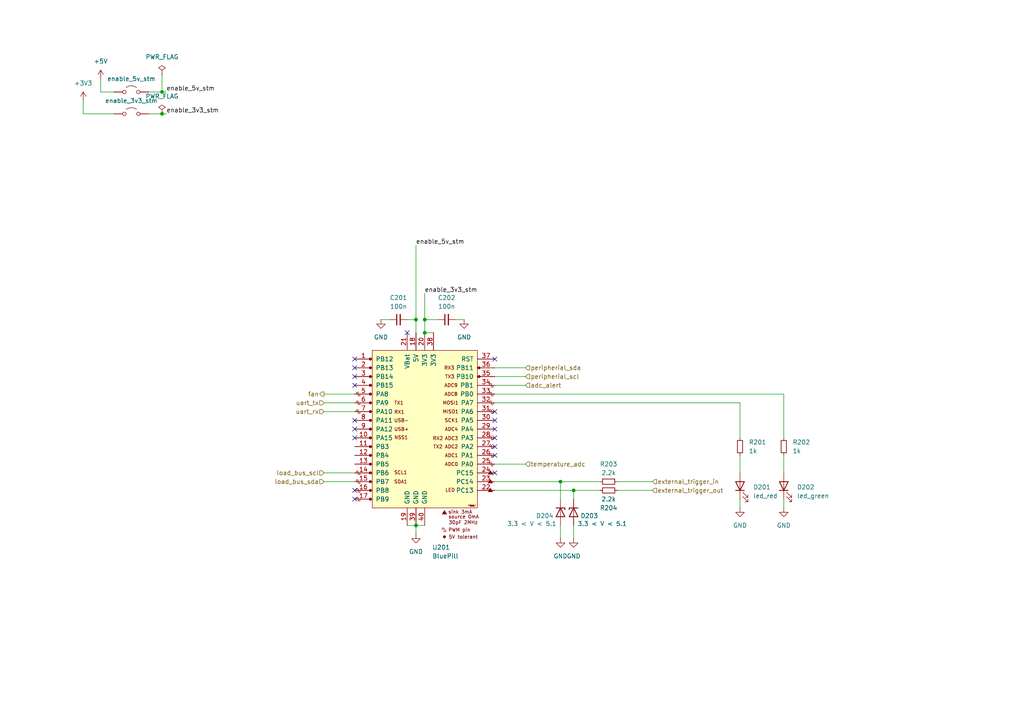
<source format=kicad_sch>
(kicad_sch (version 20231120) (generator "eeschema") (generator_version "8.0")
  (paper "A4")
  (lib_symbols
    (symbol "Device:C_Small" (pin_numbers hide) (pin_names (offset 0.254) hide)
      (property "Reference" "C" (at 0.254 1.778 0))
      (property "Value" "C_Small" (at 0.254 -2.032 0))
      (symbol "C_Small_0_1"
        (polyline (pts (xy -1.524 -0.508) (xy 1.524 -0.508)) (stroke (width 0.3302)))
        (polyline (pts (xy -1.524 0.508) (xy 1.524 0.508)) (stroke (width 0.3048)))
      )
      (symbol "C_Small_1_1"
        (pin passive line (at 0 2.54 270) (length 2.032) (name "~") (number "1"))
        (pin passive line (at 0 -2.54 90) (length 2.032) (name "~") (number "2"))
      )
    )
    (symbol "Device:D_Zener" (pin_numbers hide) (pin_names (offset 1.016) hide)
      (property "Reference" "D" (at 0 2.54 0))
      (property "Value" "D_Zener" (at 0 -2.54 0))
      (symbol "D_Zener_0_1"
        (polyline (pts (xy 1.27 0) (xy -1.27 0)))
        (polyline (pts (xy -1.27 -1.27) (xy -1.27 1.27) (xy -0.762 1.27)) (stroke (width 0.254)))
        (polyline (pts (xy 1.27 -1.27) (xy 1.27 1.27) (xy -1.27 0) (xy 1.27 -1.27)) (stroke (width 0.254)))
      )
      (symbol "D_Zener_1_1"
        (pin passive line (at -3.81 0 0) (length 2.54) (name "K") (number "1"))
        (pin passive line (at 3.81 0 180) (length 2.54) (name "A") (number "2"))
      )
    )
    (symbol "Device:LED" (pin_numbers hide) (pin_names (offset 1.016) hide)
      (property "Reference" "D" (at 0 2.54 0))
      (property "Value" "LED" (at 0 -2.54 0))
      (symbol "LED_0_1"
        (polyline (pts (xy -1.27 -1.27) (xy -1.27 1.27)) (stroke (width 0.254)))
        (polyline (pts (xy -1.27 0) (xy 1.27 0)))
        (polyline (pts (xy 1.27 -1.27) (xy 1.27 1.27) (xy -1.27 0) (xy 1.27 -1.27)) (stroke (width 0.254)))
        (polyline (pts (xy -3.048 -0.762) (xy -4.572 -2.286) (xy -3.81 -2.286) (xy -4.572 -2.286) (xy -4.572 -1.524)))
        (polyline (pts (xy -1.778 -0.762) (xy -3.302 -2.286) (xy -2.54 -2.286) (xy -3.302 -2.286) (xy -3.302 -1.524)))
      )
      (symbol "LED_1_1"
        (pin passive line (at -3.81 0 0) (length 2.54) (name "K") (number "1"))
        (pin passive line (at 3.81 0 180) (length 2.54) (name "A") (number "2"))
      )
    )
    (symbol "Device:R_Small" (pin_numbers hide) (pin_names (offset 0.254) hide)
      (property "Reference" "R" (at 0.762 0.508 0))
      (property "Value" "R_Small" (at 0.762 -1.016 0))
      (symbol "R_Small_0_1"
        (rectangle (start -0.762 1.778) (end 0.762 -1.778) (stroke (width 0.2032)))
      )
      (symbol "R_Small_1_1"
        (pin passive line (at 0 2.54 270) (length 0.762) (name "~") (number "1"))
        (pin passive line (at 0 -2.54 90) (length 0.762) (name "~") (number "2"))
      )
    )
    (symbol "Jumper:Jumper_2_Open" (pin_numbers hide) (pin_names (offset 0) hide) (exclude_from_sim yes)
      (property "Reference" "JP" (at 0 2.794 0))
      (property "Value" "Jumper_2_Open" (at 0 -2.286 0))
      (symbol "Jumper_2_Open_0_0"
        (circle (center -2.032 0) (radius 0.508))
        (circle (center 2.032 0) (radius 0.508))
      )
      (symbol "Jumper_2_Open_0_1"
        (arc (start 1.524 1.27) (mid 0 1.778) (end -1.524 1.27))
      )
      (symbol "Jumper_2_Open_1_1"
        (pin passive line (at -5.08 0 0) (length 2.54) (name "A") (number "1"))
        (pin passive line (at 5.08 0 180) (length 2.54) (name "B") (number "2"))
      )
    )
    (symbol "Load:BluePill" (pin_names (offset 1.016))
      (property "Reference" "U" (at -13.97 24.13 0))
      (property "Value" "BluePill" (at 0 6.35 90))
      (symbol "BluePill_0_0"
        (circle (center -15.748 -20.32) (radius 0.3556) (fill (type outline)))
        (circle (center -15.748 -17.78) (radius 0.3556) (fill (type outline)))
        (circle (center -15.748 -15.24) (radius 0.3556) (fill (type outline)))
        (circle (center -15.748 -12.7) (radius 0.3556) (fill (type outline)))
        (circle (center -15.748 -10.16) (radius 0.3556) (fill (type outline)))
        (circle (center -15.748 -7.62) (radius 0.3556) (fill (type outline)))
        (circle (center -15.748 -5.08) (radius 0.3556) (fill (type outline)))
        (circle (center -15.748 -2.54) (radius 0.3556) (fill (type outline)))
        (circle (center -15.748 0) (radius 0.3556) (fill (type outline)))
        (circle (center -15.748 2.54) (radius 0.3556) (fill (type outline)))
        (circle (center -15.748 5.08) (radius 0.3556) (fill (type outline)))
        (circle (center -15.748 7.62) (radius 0.3556) (fill (type outline)))
        (circle (center -15.748 10.16) (radius 0.3556) (fill (type outline)))
        (circle (center -15.748 12.7) (radius 0.3556) (fill (type outline)))
        (circle (center -15.748 15.24) (radius 0.3556) (fill (type outline)))
        (circle (center -15.748 20.32) (radius 0.3556) (fill (type outline)))
        (polyline (pts (xy 5.08 -24.638) (xy 5.715 -23.622) (xy 6.35 -24.638) (xy 5.08 -24.638) (xy 5.715 -23.749) (xy 6.223 -24.638) (xy 5.207 -24.511) (xy 5.715 -23.876) (xy 6.096 -24.638) (xy 5.334 -24.384) (xy 5.842 -24.003) (xy 5.969 -24.638) (xy 5.461 -24.257) (xy 5.969 -24.13) (xy 5.842 -24.511) (xy 5.588 -24.257) (xy 5.842 -24.384) (xy 5.715 -24.13)))
        (polyline (pts (xy 18.415 -18.161) (xy 19.05 -17.145) (xy 19.685 -18.161) (xy 18.415 -18.161) (xy 19.05 -17.272) (xy 19.558 -18.161) (xy 18.542 -18.034) (xy 19.05 -17.399) (xy 19.431 -18.161) (xy 18.669 -17.907) (xy 19.177 -17.526) (xy 19.304 -18.161) (xy 18.796 -17.78) (xy 19.304 -17.653) (xy 19.177 -18.034) (xy 18.923 -17.78) (xy 19.177 -17.907) (xy 19.05 -17.653)))
        (polyline (pts (xy 18.415 -15.621) (xy 19.05 -14.605) (xy 19.685 -15.621) (xy 18.415 -15.621) (xy 19.05 -14.732) (xy 19.558 -15.621) (xy 18.542 -15.494) (xy 19.05 -14.859) (xy 19.431 -15.621) (xy 18.669 -15.367) (xy 19.177 -14.986) (xy 19.304 -15.621) (xy 18.796 -15.24) (xy 19.304 -15.113) (xy 19.177 -15.494) (xy 18.923 -15.24) (xy 19.177 -15.367) (xy 19.05 -15.113)))
        (polyline (pts (xy 18.415 -13.081) (xy 19.05 -12.065) (xy 19.685 -13.081) (xy 18.415 -13.081) (xy 19.05 -12.192) (xy 19.558 -13.081) (xy 18.542 -12.954) (xy 19.05 -12.319) (xy 19.431 -13.081) (xy 18.669 -12.827) (xy 19.177 -12.446) (xy 19.304 -13.081) (xy 18.796 -12.7) (xy 19.304 -12.573) (xy 19.177 -12.954) (xy 18.923 -12.7) (xy 19.177 -12.827) (xy 19.05 -12.573)))
        (circle (center 5.715 -31.242) (radius 0.127) (fill (type outline)))
        (circle (center 5.715 -31.242) (radius 0.254))
        (circle (center 5.715 -31.242) (radius 0.3556))
        (circle (center 15.748 15.24) (radius 0.254) (fill (type outline)))
        (circle (center 15.748 15.24) (radius 0.3556))
        (circle (center 15.748 17.78) (radius 0.254) (fill (type outline)))
        (circle (center 15.748 17.78) (radius 0.3556))
        (text "30pF 2MHz" (at 11.176 -27.051 0) (effects (font (size 0.9906 0.9906))))
        (text "5V tolerant" (at 11.176 -31.242 0) (effects (font (size 0.9906 0.9906))))
        (text "ADC0" (at 7.747 -10.16 0) (effects (font (size 0.9906 0.9906))))
        (text "ADC1" (at 7.747 -7.62 0) (effects (font (size 0.9906 0.9906))))
        (text "ADC2" (at 7.747 -5.08 0) (effects (font (size 0.9906 0.9906))))
        (text "ADC3" (at 7.747 -2.667 0) (effects (font (size 0.9906 0.9906))))
        (text "ADC4" (at 7.747 0 0) (effects (font (size 0.9906 0.9906))))
        (text "ADC8" (at 7.62 10.16 0) (effects (font (size 0.9906 0.9906))))
        (text "ADC9" (at 7.62 12.7 0) (effects (font (size 0.9906 0.9906))))
        (text "LED" (at 7.366 -17.653 0) (effects (font (size 0.9906 0.9906))))
        (text "MISO1" (at 7.493 5.08 0) (effects (font (size 0.9906 0.9906))))
        (text "MOSI1" (at 7.493 7.62 0) (effects (font (size 0.9906 0.9906))))
        (text "NSS1" (at -6.858 -2.413 0) (effects (font (size 0.9906 0.9906))))
        (text "PWM pin" (at 10.033 -29.21 0) (effects (font (size 0.9906 0.9906))))
        (text "RX1" (at -7.366 4.953 0) (effects (font (size 0.9906 0.9906))))
        (text "RX2" (at 3.81 -2.667 0) (effects (font (size 0.9906 0.9906))))
        (text "RX3" (at 7.112 17.78 0) (effects (font (size 0.9906 0.9906))))
        (text "SCK1" (at 7.747 2.54 0) (effects (font (size 0.9906 0.9906))))
        (text "SCL1" (at -6.985 -12.573 0) (effects (font (size 0.9906 0.9906))))
        (text "SDA1" (at -6.985 -15.24 0) (effects (font (size 0.9906 0.9906))))
        (text "sink 3mA" (at 10.287 -24.003 0) (effects (font (size 0.9906 0.9906))))
        (text "source 0mA" (at 11.303 -25.4 0) (effects (font (size 0.9906 0.9906))))
        (text "TX1" (at -7.493 7.62 0) (effects (font (size 0.9906 0.9906))))
        (text "TX2" (at 3.81 -5.08 0) (effects (font (size 0.9906 0.9906))))
        (text "TX3" (at 7.239 15.24 0) (effects (font (size 0.9906 0.9906))))
        (text "USB+" (at -6.731 0 0) (effects (font (size 0.9906 0.9906))))
        (text "USB-" (at -6.731 2.54 0) (effects (font (size 0.9906 0.9906))))
        (text "Y@@J" (at 13.6906 -22.1488 0) (effects (font (size 0.508 0.508))))
      )
      (symbol "BluePill_0_1"
        (rectangle (start -15.24 22.86) (end 15.24 -22.86) (fill (type background)))
        (polyline (pts (xy -18.796 -20.32) (xy -18.796 -20.828) (xy -19.304 -20.828) (xy -19.304 -19.812) (xy -19.812 -19.812) (xy -19.812 -20.32)))
        (polyline (pts (xy -18.796 -17.78) (xy -18.796 -18.288) (xy -19.304 -18.288) (xy -19.304 -17.272) (xy -19.812 -17.272) (xy -19.812 -17.78)))
        (polyline (pts (xy -18.796 -15.24) (xy -18.796 -15.748) (xy -19.304 -15.748) (xy -19.304 -14.732) (xy -19.812 -14.732) (xy -19.812 -15.24)))
        (polyline (pts (xy -18.796 -12.7) (xy -18.796 -13.208) (xy -19.304 -13.208) (xy -19.304 -12.192) (xy -19.812 -12.192) (xy -19.812 -12.7)))
        (polyline (pts (xy -18.796 5.08) (xy -18.796 4.572) (xy -19.304 4.572) (xy -19.304 5.588) (xy -19.812 5.588) (xy -19.812 5.08)))
        (polyline (pts (xy -18.796 7.62) (xy -18.796 7.112) (xy -19.304 7.112) (xy -19.304 8.128) (xy -19.812 8.128) (xy -19.812 7.62)))
        (polyline (pts (xy -18.796 10.16) (xy -18.796 9.652) (xy -19.304 9.652) (xy -19.304 10.668) (xy -19.812 10.668) (xy -19.812 10.16)))
        (polyline (pts (xy 6.096 -29.21) (xy 6.096 -29.718) (xy 5.588 -29.718) (xy 5.588 -28.702) (xy 5.08 -28.702) (xy 5.08 -29.21)))
        (polyline (pts (xy 19.812 -10.16) (xy 19.812 -10.668) (xy 19.304 -10.668) (xy 19.304 -9.652) (xy 18.796 -9.652) (xy 18.796 -10.16)))
        (polyline (pts (xy 19.812 -7.62) (xy 19.812 -8.128) (xy 19.304 -8.128) (xy 19.304 -7.112) (xy 18.796 -7.112) (xy 18.796 -7.62)))
        (polyline (pts (xy 19.812 -5.08) (xy 19.812 -5.588) (xy 19.304 -5.588) (xy 19.304 -4.572) (xy 18.796 -4.572) (xy 18.796 -5.08)))
        (polyline (pts (xy 19.812 -2.54) (xy 19.812 -3.048) (xy 19.304 -3.048) (xy 19.304 -2.032) (xy 18.796 -2.032) (xy 18.796 -2.54)))
        (polyline (pts (xy 19.812 5.08) (xy 19.812 4.572) (xy 19.304 4.572) (xy 19.304 5.588) (xy 18.796 5.588) (xy 18.796 5.08)))
        (polyline (pts (xy 19.812 7.62) (xy 19.812 7.112) (xy 19.304 7.112) (xy 19.304 8.128) (xy 18.796 8.128) (xy 18.796 7.62)))
        (polyline (pts (xy 19.812 10.16) (xy 19.812 9.652) (xy 19.304 9.652) (xy 19.304 10.668) (xy 18.796 10.668) (xy 18.796 10.16)))
        (polyline (pts (xy 19.812 12.7) (xy 19.812 12.192) (xy 19.304 12.192) (xy 19.304 13.208) (xy 18.796 13.208) (xy 18.796 12.7)))
      )
      (symbol "BluePill_1_1"
        (circle (center -15.748 17.78) (radius 0.3556) (fill (type outline)))
        (pin bidirectional line (at -20.32 20.32 0) (length 5.08) (name "PB12") (number "1"))
        (pin bidirectional line (at -20.32 -2.54 0) (length 5.08) (name "PA15") (number "10"))
        (pin bidirectional line (at -20.32 -5.08 0) (length 5.08) (name "PB3") (number "11"))
        (pin bidirectional line (at -20.32 -7.62 0) (length 5.08) (name "PB4") (number "12"))
        (pin bidirectional line (at -20.32 -10.16 0) (length 5.08) (name "PB5") (number "13"))
        (pin bidirectional line (at -20.32 -12.7 0) (length 5.08) (name "PB6") (number "14"))
        (pin bidirectional line (at -20.32 -15.24 0) (length 5.08) (name "PB7") (number "15"))
        (pin bidirectional line (at -20.32 -17.78 0) (length 5.08) (name "PB8") (number "16"))
        (pin bidirectional line (at -20.32 -20.32 0) (length 5.08) (name "PB9") (number "17"))
        (pin power_in line (at -2.54 27.94 270) (length 5.08) (name "5V") (number "18"))
        (pin power_in line (at -5.08 -27.94 90) (length 5.08) (name "GND") (number "19"))
        (pin bidirectional line (at -20.32 17.78 0) (length 5.08) (name "PB13") (number "2"))
        (pin power_in line (at 0 27.94 270) (length 5.08) (name "3V3") (number "20"))
        (pin power_in line (at -5.08 27.94 270) (length 5.08) (name "VBat") (number "21"))
        (pin bidirectional line (at 20.32 -17.78 180) (length 5.08) (name "PC13") (number "22"))
        (pin bidirectional line (at 20.32 -15.24 180) (length 5.08) (name "PC14") (number "23"))
        (pin bidirectional line (at 20.32 -12.7 180) (length 5.08) (name "PC15") (number "24"))
        (pin bidirectional line (at 20.32 -10.16 180) (length 5.08) (name "PA0") (number "25"))
        (pin bidirectional line (at 20.32 -7.62 180) (length 5.08) (name "PA1") (number "26"))
        (pin bidirectional line (at 20.32 -5.08 180) (length 5.08) (name "PA2") (number "27"))
        (pin bidirectional line (at 20.32 -2.54 180) (length 5.08) (name "PA3") (number "28"))
        (pin bidirectional line (at 20.32 0 180) (length 5.08) (name "PA4") (number "29"))
        (pin bidirectional line (at -20.32 15.24 0) (length 5.08) (name "PB14") (number "3"))
        (pin bidirectional line (at 20.32 2.54 180) (length 5.08) (name "PA5") (number "30"))
        (pin bidirectional line (at 20.32 5.08 180) (length 5.08) (name "PA6") (number "31"))
        (pin bidirectional line (at 20.32 7.62 180) (length 5.08) (name "PA7") (number "32"))
        (pin bidirectional line (at 20.32 10.16 180) (length 5.08) (name "PB0") (number "33"))
        (pin bidirectional line (at 20.32 12.7 180) (length 5.08) (name "PB1") (number "34"))
        (pin bidirectional line (at 20.32 15.24 180) (length 5.08) (name "PB10") (number "35"))
        (pin bidirectional line (at 20.32 17.78 180) (length 5.08) (name "PB11") (number "36"))
        (pin input line (at 20.32 20.32 180) (length 5.08) (name "RST") (number "37"))
        (pin power_in line (at 2.54 27.94 270) (length 5.08) (name "3V3") (number "38"))
        (pin power_in line (at -2.54 -27.94 90) (length 5.08) (name "GND") (number "39"))
        (pin bidirectional line (at -20.32 12.7 0) (length 5.08) (name "PB15") (number "4"))
        (pin power_in line (at 0 -27.94 90) (length 5.08) (name "GND") (number "40"))
        (pin bidirectional line (at -20.32 10.16 0) (length 5.08) (name "PA8") (number "5"))
        (pin bidirectional line (at -20.32 7.62 0) (length 5.08) (name "PA9") (number "6"))
        (pin bidirectional line (at -20.32 5.08 0) (length 5.08) (name "PA10") (number "7"))
        (pin bidirectional line (at -20.32 2.54 0) (length 5.08) (name "PA11") (number "8"))
        (pin bidirectional line (at -20.32 0 0) (length 5.08) (name "PA12") (number "9"))
      )
    )
    (symbol "power:+3V3" (power) (pin_numbers hide) (pin_names (offset 0) hide)
      (property "Value" "+3V3" (at 0 3.556 0))
      (symbol "+3V3_0_1"
        (polyline (pts (xy -0.762 1.27) (xy 0 2.54)))
        (polyline (pts (xy 0 0) (xy 0 2.54)))
        (polyline (pts (xy 0 2.54) (xy 0.762 1.27)))
      )
      (symbol "+3V3_1_1"
        (pin power_in line (at 0 0 90) (length 0) (name "~") (number "1"))
      )
    )
    (symbol "power:+5V" (power) (pin_numbers hide) (pin_names (offset 0) hide)
      (property "Value" "+5V" (at 0 3.556 0))
      (symbol "+5V_0_1"
        (polyline (pts (xy -0.762 1.27) (xy 0 2.54)))
        (polyline (pts (xy 0 0) (xy 0 2.54)))
        (polyline (pts (xy 0 2.54) (xy 0.762 1.27)))
      )
      (symbol "+5V_1_1"
        (pin power_in line (at 0 0 90) (length 0) (name "~") (number "1"))
      )
    )
    (symbol "power:GND" (power) (pin_numbers hide) (pin_names (offset 0) hide)
      (property "Value" "GND" (at 0 -3.81 0))
      (symbol "GND_0_1"
        (polyline (pts (xy 0 0) (xy 0 -1.27) (xy 1.27 -1.27) (xy 0 -2.54) (xy -1.27 -1.27) (xy 0 -1.27)))
      )
      (symbol "GND_1_1"
        (pin power_in line (at 0 0 270) (length 0) (name "~") (number "1"))
      )
    )
    (symbol "power:PWR_FLAG" (power) (pin_numbers hide) (pin_names (offset 0) hide)
      (property "Value" "PWR_FLAG" (at 0 3.81 0))
      (symbol "PWR_FLAG_0_0"
        (pin power_out line (at 0 0 90) (length 0) (name "~") (number "1"))
      )
      (symbol "PWR_FLAG_0_1"
        (polyline (pts (xy 0 0) (xy 0 1.27) (xy -1.016 1.905) (xy 0 2.54) (xy 1.016 1.905) (xy 0 1.27)))
      )
    )
  )
  (junction (at 162.56 139.7))
  (junction (at 123.19 96.52))
  (junction (at 166.37 142.24))
  (junction (at 120.65 92.71))
  (junction (at 120.65 152.4))
  (junction (at 123.19 92.71))
  (junction (at 46.99 26.67))
  (junction (at 46.99 33.02))
  (no_connect (at 102.87 124.46))
  (no_connect (at 118.11 96.52))
  (no_connect (at 143.51 129.54))
  (no_connect (at 102.87 109.22))
  (no_connect (at 102.87 106.68))
  (no_connect (at 143.51 119.38))
  (no_connect (at 102.87 144.78))
  (no_connect (at 143.51 132.08))
  (no_connect (at 143.51 137.16))
  (no_connect (at 143.51 127))
  (no_connect (at 143.51 124.46))
  (no_connect (at 102.87 142.24))
  (no_connect (at 102.87 111.76))
  (no_connect (at 143.51 121.92))
  (no_connect (at 143.51 104.14))
  (no_connect (at 102.87 127))
  (no_connect (at 102.87 121.92))
  (no_connect (at 102.87 104.14))
  (wire (pts (xy 123.19 92.71) (xy 123.19 96.52)))
  (wire (pts (xy 123.19 85.09) (xy 123.19 92.71)))
  (wire (pts (xy 214.63 116.84) (xy 143.51 116.84)))
  (wire (pts (xy 120.65 92.71) (xy 120.65 96.52)))
  (wire (pts (xy 120.65 152.4) (xy 120.65 154.94)))
  (wire (pts (xy 143.51 114.3) (xy 227.33 114.3)))
  (wire (pts (xy 162.56 139.7) (xy 162.56 144.78)))
  (wire (pts (xy 162.56 139.7) (xy 143.51 139.7)))
  (wire (pts (xy 29.21 26.67) (xy 33.02 26.67)))
  (wire (pts (xy 227.33 144.78) (xy 227.33 147.32)))
  (wire (pts (xy 227.33 114.3) (xy 227.33 127)))
  (wire (pts (xy 152.4 111.76) (xy 143.51 111.76)))
  (wire (pts (xy 118.11 152.4) (xy 120.65 152.4)))
  (wire (pts (xy 123.19 96.52) (xy 125.73 96.52)))
  (wire (pts (xy 120.65 152.4) (xy 123.19 152.4)))
  (wire (pts (xy 46.99 33.02) (xy 48.26 33.02)))
  (wire (pts (xy 173.99 142.24) (xy 166.37 142.24)))
  (wire (pts (xy 162.56 152.4) (xy 162.56 156.21)))
  (wire (pts (xy 132.08 92.71) (xy 134.62 92.71)))
  (wire (pts (xy 43.18 33.02) (xy 46.99 33.02)))
  (wire (pts (xy 120.65 71.12) (xy 120.65 92.71)))
  (wire (pts (xy 102.87 139.7) (xy 93.98 139.7)))
  (wire (pts (xy 173.99 139.7) (xy 162.56 139.7)))
  (wire (pts (xy 46.99 26.67) (xy 48.26 26.67)))
  (wire (pts (xy 29.21 22.86) (xy 29.21 26.67)))
  (wire (pts (xy 227.33 132.08) (xy 227.33 137.16)))
  (wire (pts (xy 118.11 92.71) (xy 120.65 92.71)))
  (wire (pts (xy 214.63 127) (xy 214.63 116.84)))
  (wire (pts (xy 123.19 92.71) (xy 127 92.71)))
  (wire (pts (xy 189.23 139.7) (xy 179.07 139.7)))
  (wire (pts (xy 189.23 142.24) (xy 179.07 142.24)))
  (wire (pts (xy 93.98 116.84) (xy 102.87 116.84)))
  (wire (pts (xy 110.49 92.71) (xy 113.03 92.71)))
  (wire (pts (xy 166.37 142.24) (xy 143.51 142.24)))
  (wire (pts (xy 102.87 114.3) (xy 93.98 114.3)))
  (wire (pts (xy 166.37 152.4) (xy 166.37 156.21)))
  (wire (pts (xy 143.51 106.68) (xy 152.4 106.68)))
  (wire (pts (xy 93.98 119.38) (xy 102.87 119.38)))
  (wire (pts (xy 143.51 109.22) (xy 152.4 109.22)))
  (wire (pts (xy 43.18 26.67) (xy 46.99 26.67)))
  (wire (pts (xy 166.37 142.24) (xy 166.37 144.78)))
  (wire (pts (xy 102.87 137.16) (xy 93.98 137.16)))
  (wire (pts (xy 24.13 29.21) (xy 24.13 33.02)))
  (wire (pts (xy 214.63 132.08) (xy 214.63 137.16)))
  (wire (pts (xy 24.13 33.02) (xy 33.02 33.02)))
  (wire (pts (xy 46.99 21.59) (xy 46.99 26.67)))
  (wire (pts (xy 143.51 134.62) (xy 152.4 134.62)))
  (wire (pts (xy 214.63 144.78) (xy 214.63 147.32)))
  (label "enable_5v_stm" (at 48.26 26.67 0))
  (label "enable_3v3_stm" (at 48.26 33.02 0))
  (label "enable_5v_stm" (at 120.65 71.12 0))
  (label "enable_3v3_stm" (at 123.19 85.09 0))
  (hierarchical_label "fan" (shape output) (at 93.98 114.3 180))
  (hierarchical_label "external_trigger_out" (shape input) (at 189.23 142.24 0))
  (hierarchical_label "load_bus_sda" (shape input) (at 93.98 139.7 180))
  (hierarchical_label "temperature_adc" (shape input) (at 152.4 134.62 0))
  (hierarchical_label "load_bus_scl" (shape input) (at 93.98 137.16 180))
  (hierarchical_label "peripherial_sda" (shape input) (at 152.4 106.68 0))
  (hierarchical_label "adc_alert" (shape input) (at 152.4 111.76 0))
  (hierarchical_label "uart_rx" (shape input) (at 93.98 119.38 180))
  (hierarchical_label "external_trigger_in" (shape input) (at 189.23 139.7 0))
  (hierarchical_label "peripherial_scl" (shape input) (at 152.4 109.22 0))
  (hierarchical_label "uart_tx" (shape input) (at 93.98 116.84 180))
  (symbol (lib_id "power:GND") (at 120.65 154.94 0) (unit 1)
    (property "Reference" "#PWR0203" (effects (hide yes)))
    (property "Value" "GND" (at 120.65 160.02 0))
    (property "Description" "Power symbol creates a global label with name \"GND\" , ground" (effects (hide yes)))
  )
  (symbol (lib_id "Device:R_Small") (at 176.53 142.24 270) (unit 1)
    (property "Reference" "R204" (at 176.53 147.32 90))
    (property "Value" "2.2k" (at 176.53 144.78 90))
    (property "Footprint" "Resistor_SMD:R_0805_2012Metric_Pad1.20x1.40mm_HandSolder" (effects (hide yes)))
    (property "Description" "Resistor, small symbol" (effects (hide yes)))
  )
  (symbol (lib_id "Device:R_Small") (at 176.53 139.7 270) (mirror x) (unit 1)
    (property "Reference" "R203" (at 176.53 134.62 90))
    (property "Value" "2.2k" (at 176.53 137.16 90))
    (property "Footprint" "Resistor_SMD:R_0805_2012Metric_Pad1.20x1.40mm_HandSolder" (effects (hide yes)))
    (property "Description" "Resistor, small symbol" (effects (hide yes)))
  )
  (symbol (lib_id "Device:R_Small") (at 227.33 129.54 0) (unit 1)
    (property "Reference" "R202" (at 229.87 128.2699 0) (effects (justify left)))
    (property "Value" "1k" (at 229.87 130.8099 0) (effects (justify left)))
    (property "Footprint" "Resistor_SMD:R_0805_2012Metric_Pad1.20x1.40mm_HandSolder" (effects (hide yes)))
    (property "Description" "Resistor, small symbol" (effects (hide yes)))
  )
  (symbol (lib_id "Device:C_Small") (at 115.57 92.71 90) (unit 1)
    (property "Reference" "C201" (at 115.5763 86.36 90))
    (property "Value" "100n" (at 115.5763 88.9 90))
    (property "Footprint" "Capacitor_SMD:C_0805_2012Metric_Pad1.18x1.45mm_HandSolder" (effects (hide yes)))
    (property "Description" "Unpolarized capacitor, small symbol" (effects (hide yes)))
  )
  (symbol (lib_id "power:GND") (at 110.49 92.71 0) (unit 1)
    (property "Reference" "#PWR0201" (effects (hide yes)))
    (property "Value" "GND" (at 110.49 97.79 0))
    (property "Description" "Power symbol creates a global label with name \"GND\" , ground" (effects (hide yes)))
  )
  (symbol (lib_id "Jumper:Jumper_2_Open") (at 38.1 26.67 0) (unit 1) (exclude_from_sim yes)
    (property "Reference" "JP201" (effects (hide yes)))
    (property "Value" "enable_5v_stm" (at 38.1 22.86 0))
    (property "Footprint" "Jumper:SolderJumper-2_P1.3mm_Open_TrianglePad1.0x1.5mm" (effects (hide yes)))
    (property "Description" "Jumper, 2-pole, open" (effects (hide yes)))
  )
  (symbol (lib_id "Jumper:Jumper_2_Open") (at 38.1 33.02 0) (unit 1) (exclude_from_sim yes)
    (property "Reference" "JP202" (effects (hide yes)))
    (property "Value" "enable_3v3_stm" (at 38.1 29.21 0))
    (property "Footprint" "Jumper:SolderJumper-2_P1.3mm_Open_TrianglePad1.0x1.5mm" (effects (hide yes)))
    (property "Description" "Jumper, 2-pole, open" (effects (hide yes)))
  )
  (symbol (lib_id "power:GND") (at 162.56 156.21 0) (mirror y) (unit 1)
    (property "Reference" "#PWR0209" (effects (hide yes)))
    (property "Value" "GND" (at 162.56 161.29 0))
    (property "Description" "Power symbol creates a global label with name \"GND\" , ground" (effects (hide yes)))
  )
  (symbol (lib_id "power:+3V3") (at 24.13 29.21 0) (unit 1)
    (property "Reference" "#PWR0204" (effects (hide yes)))
    (property "Value" "+3V3" (at 24.13 24.13 0))
    (property "Description" "Power symbol creates a global label with name \"+3V3\"" (effects (hide yes)))
  )
  (symbol (lib_id "power:GND") (at 214.63 147.32 0) (unit 1)
    (property "Reference" "#PWR0206" (effects (hide yes)))
    (property "Value" "GND" (at 214.63 152.4 0))
    (property "Description" "Power symbol creates a global label with name \"GND\" , ground" (effects (hide yes)))
  )
  (symbol (lib_id "Device:C_Small") (at 129.54 92.71 90) (unit 1)
    (property "Reference" "C202" (at 129.5463 86.36 90))
    (property "Value" "100n" (at 129.5463 88.9 90))
    (property "Footprint" "Capacitor_SMD:C_0805_2012Metric_Pad1.18x1.45mm_HandSolder" (effects (hide yes)))
    (property "Description" "Unpolarized capacitor, small symbol" (effects (hide yes)))
  )
  (symbol (lib_id "power:+5V") (at 29.21 22.86 0) (unit 1)
    (property "Reference" "#PWR0202" (effects (hide yes)))
    (property "Value" "+5V" (at 29.21 17.78 0))
    (property "Description" "Power symbol creates a global label with name \"+5V\"" (effects (hide yes)))
  )
  (symbol (lib_id "Device:D_Zener") (at 166.37 148.59 90) (mirror x) (unit 1)
    (property "Reference" "D203" (at 173.482 149.606 90) (effects (justify left)))
    (property "Value" "3.3 < V < 5.1" (at 181.864 151.892 90) (effects (justify left)))
    (property "Footprint" "Diode_SMD:D_MiniMELF" (effects (hide yes)))
    (property "Description" "Zener diode" (effects (hide yes)))
  )
  (symbol (lib_id "power:PWR_FLAG") (at 46.99 21.59 0) (unit 1)
    (property "Reference" "#FLG0201" (effects (hide yes)))
    (property "Value" "PWR_FLAG" (at 46.99 16.51 0))
    (property "Description" "Special symbol for telling ERC where power comes from" (effects (hide yes)))
  )
  (symbol (lib_id "Load:BluePill") (at 123.19 124.46 0) (unit 1)
    (property "Reference" "U201" (at 125.3841 158.75 0) (effects (justify left)))
    (property "Value" "BluePill" (at 125.3841 161.29 0) (effects (justify left)))
    (property "Footprint" "Load:BluePill" (effects (hide yes)))
  )
  (symbol (lib_id "power:PWR_FLAG") (at 46.99 33.02 0) (unit 1)
    (property "Reference" "#FLG0202" (effects (hide yes)))
    (property "Value" "PWR_FLAG" (at 46.99 27.94 0))
    (property "Description" "Special symbol for telling ERC where power comes from" (effects (hide yes)))
  )
  (symbol (lib_id "Device:LED") (at 214.63 140.97 90) (unit 1)
    (property "Reference" "D201" (at 218.44 141.2874 90) (effects (justify right)))
    (property "Value" "led_red" (at 218.44 143.8274 90) (effects (justify right)))
    (property "Footprint" "LED_SMD:LED_0805_2012Metric_Pad1.15x1.40mm_HandSolder" (effects (hide yes)))
    (property "Description" "Light emitting diode" (effects (hide yes)))
  )
  (symbol (lib_id "power:GND") (at 227.33 147.32 0) (unit 1)
    (property "Reference" "#PWR0207" (effects (hide yes)))
    (property "Value" "GND" (at 227.33 152.4 0))
    (property "Description" "Power symbol creates a global label with name \"GND\" , ground" (effects (hide yes)))
  )
  (symbol (lib_id "power:GND") (at 166.37 156.21 0) (mirror y) (unit 1)
    (property "Reference" "#PWR0208" (effects (hide yes)))
    (property "Value" "GND" (at 166.37 161.29 0))
    (property "Description" "Power symbol creates a global label with name \"GND\" , ground" (effects (hide yes)))
  )
  (symbol (lib_id "Device:R_Small") (at 214.63 129.54 0) (unit 1)
    (property "Reference" "R201" (at 217.17 128.2699 0) (effects (justify left)))
    (property "Value" "1k" (at 217.17 130.8099 0) (effects (justify left)))
    (property "Footprint" "Resistor_SMD:R_0805_2012Metric_Pad1.20x1.40mm_HandSolder" (effects (hide yes)))
    (property "Description" "Resistor, small symbol" (effects (hide yes)))
  )
  (symbol (lib_id "power:GND") (at 134.62 92.71 0) (unit 1)
    (property "Reference" "#PWR0205" (effects (hide yes)))
    (property "Value" "GND" (at 134.62 97.79 0))
    (property "Description" "Power symbol creates a global label with name \"GND\" , ground" (effects (hide yes)))
  )
  (symbol (lib_id "Device:D_Zener") (at 162.56 148.59 270) (unit 1)
    (property "Reference" "D204" (at 155.448 149.606 90) (effects (justify left)))
    (property "Value" "3.3 < V < 5.1" (at 147.066 151.892 90) (effects (justify left)))
    (property "Footprint" "Diode_SMD:D_MiniMELF" (effects (hide yes)))
    (property "Description" "Zener diode" (effects (hide yes)))
  )
  (symbol (lib_id "Device:LED") (at 227.33 140.97 90) (unit 1)
    (property "Reference" "D202" (at 231.14 141.2874 90) (effects (justify right)))
    (property "Value" "led_green" (at 231.14 143.8274 90) (effects (justify right)))
    (property "Footprint" "LED_SMD:LED_0805_2012Metric_Pad1.15x1.40mm_HandSolder" (effects (hide yes)))
    (property "Description" "Light emitting diode" (effects (hide yes)))
  )
)
</source>
